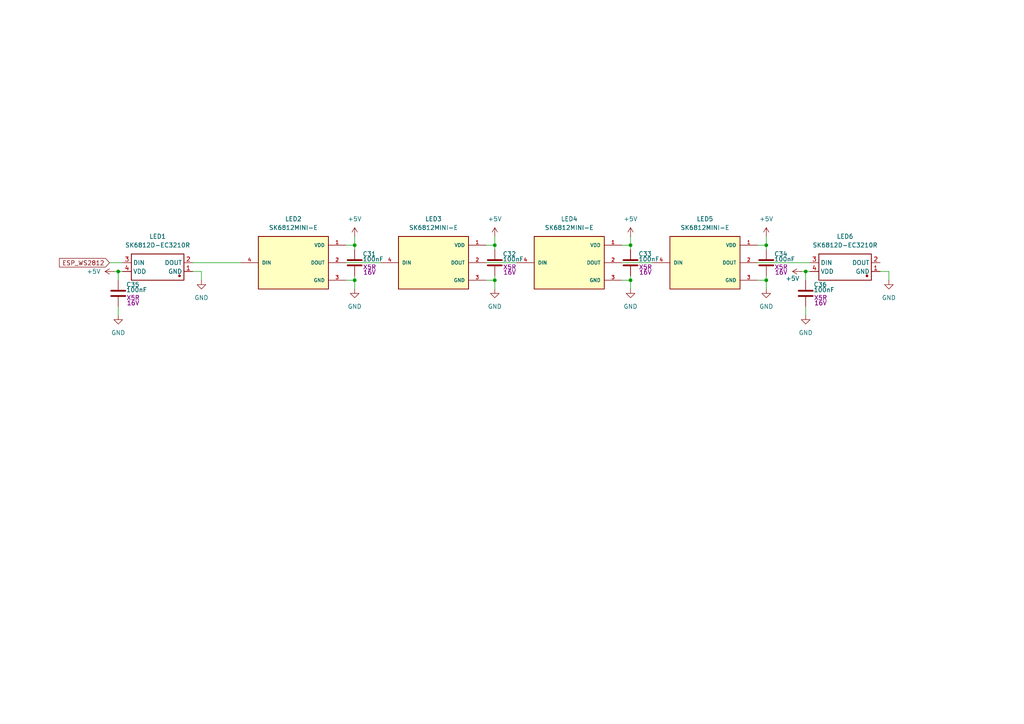
<source format=kicad_sch>
(kicad_sch (version 20250114) (generator "eeschema") (generator_version "9.0")
  (paper "A4")
  (title_block (title "Nest mini drop in PCB replacement") (rev "v1") (company "by iMike78 (inpired by Onju voice and HA VPE)"))
  (lib_symbols
    (symbol "Device:C" (pin_numbers (hide yes)) (pin_names (offset 0.254))
      (property "Reference" "C" (at 0.635 2.54 0))
      (property "Value" "C" (at 0.635 -2.54 0))
      (symbol "C_0_1"
        (polyline (pts (xy -2.032 0.762) (xy 2.032 0.762)) (stroke (width 0.508)))
        (polyline (pts (xy -2.032 -0.762) (xy 2.032 -0.762)) (stroke (width 0.508)))
      )
      (symbol "C_1_1"
        (pin passive line (at 0 3.81 270) (length 2.794) (name "~") (number "1"))
        (pin passive line (at 0 -3.81 90) (length 2.794) (name "~") (number "2"))
      )
    )
    (symbol "New_Library:SK6812-E" (pin_names (offset 1.016))
      (property "Reference" "D" (at -10.16 8.89 0))
      (property "Value" "SK6812-E" (at -10.16 -10.16 0))
      (symbol "SK6812-E_0_0"
        (rectangle (start -10.16 -7.62) (end 10.16 7.62) (stroke (width 0.254)) (fill (type background)))
        (pin input line (at -15.24 0 0) (length 5.08) (name "DIN") (number "4"))
        (pin power_in line (at 15.24 5.08 180) (length 5.08) (name "VDD") (number "1"))
        (pin output line (at 15.24 0 180) (length 5.08) (name "DOUT") (number "2"))
        (pin power_in line (at 15.24 -5.08 180) (length 5.08) (name "GND") (number "3"))
      )
    )
    (symbol "New_Library:SK6812D-EC3210R"
      (property "Reference" "LED?" (at 0 0 0))
      (property "Value" "SK6812D-EC3210R" (at 0 0 0))
      (symbol "SK6812D-EC3210R_0_0"
        (rectangle (start -7.62 3.81) (end 7.62 -3.81) (stroke (width 0.254)))
        (circle (center -6.35 2.54) (radius 0.254) (stroke (width 0.254)) (fill (type outline)))
        (pin unspecified line (at -10.16 1.27 0) (length 2.54) (name "GND") (number "1"))
        (pin unspecified line (at -10.16 -1.27 0) (length 2.54) (name "DOUT") (number "2"))
        (pin unspecified line (at 10.16 1.27 180) (length 2.54) (name "VDD") (number "4"))
        (pin unspecified line (at 10.16 -1.27 180) (length 2.54) (name "DIN") (number "3"))
      )
    )
    (symbol "power:+5V" (power) (pin_numbers (hide yes)) (pin_names (offset 0) (hide yes))
      (property "Value" "+5V" (at 0 3.556 0))
      (symbol "+5V_0_1"
        (polyline (pts (xy -0.762 1.27) (xy 0 2.54)))
        (polyline (pts (xy 0 2.54) (xy 0.762 1.27)))
        (polyline (pts (xy 0 0) (xy 0 2.54)))
      )
      (symbol "+5V_1_1"
        (pin power_in line (at 0 0 90) (length 0) (name "~") (number "1"))
      )
    )
    (symbol "power:GND" (power) (pin_numbers (hide yes)) (pin_names (offset 0) (hide yes))
      (property "Value" "GND" (at 0 -3.81 0))
      (symbol "GND_0_1"
        (polyline (pts (xy 0 0) (xy 0 -1.27) (xy 1.27 -1.27) (xy 0 -2.54) (xy -1.27 -1.27) (xy 0 -1.27)))
      )
      (symbol "GND_1_1"
        (pin power_in line (at 0 0 270) (length 0) (name "~") (number "1"))
      )
    )
  )
  (junction (at 222.25 71.12))
  (junction (at 182.88 71.12))
  (junction (at 143.51 81.28))
  (junction (at 233.68 78.74))
  (junction (at 34.29 78.74))
  (junction (at 102.87 81.28))
  (junction (at 102.87 71.12))
  (junction (at 222.25 81.28))
  (junction (at 182.88 81.28))
  (junction (at 143.51 71.12))
  (wire (pts (xy 232.41 78.74) (xy 233.68 78.74)))
  (wire (pts (xy 55.88 78.74) (xy 58.42 78.74)))
  (wire (pts (xy 102.87 71.12) (xy 100.33 71.12)))
  (wire (pts (xy 55.88 76.2) (xy 69.85 76.2)))
  (wire (pts (xy 102.87 71.12) (xy 102.87 68.58)))
  (wire (pts (xy 180.34 81.28) (xy 182.88 81.28)))
  (wire (pts (xy 219.71 81.28) (xy 222.25 81.28)))
  (wire (pts (xy 233.68 78.74) (xy 233.68 81.28)))
  (wire (pts (xy 233.68 88.9) (xy 233.68 91.44)))
  (wire (pts (xy 143.51 71.12) (xy 143.51 68.58)))
  (wire (pts (xy 140.97 76.2) (xy 149.86 76.2)))
  (wire (pts (xy 102.87 81.28) (xy 102.87 83.82)))
  (wire (pts (xy 182.88 80.01) (xy 182.88 81.28)))
  (wire (pts (xy 182.88 71.12) (xy 182.88 72.39)))
  (wire (pts (xy 34.29 78.74) (xy 34.29 81.28)))
  (wire (pts (xy 222.25 80.01) (xy 222.25 81.28)))
  (wire (pts (xy 33.02 78.74) (xy 34.29 78.74)))
  (wire (pts (xy 219.71 76.2) (xy 234.95 76.2)))
  (wire (pts (xy 180.34 76.2) (xy 189.23 76.2)))
  (wire (pts (xy 31.75 76.2) (xy 35.56 76.2)))
  (wire (pts (xy 182.88 81.28) (xy 182.88 83.82)))
  (wire (pts (xy 143.51 80.01) (xy 143.51 81.28)))
  (wire (pts (xy 100.33 76.2) (xy 110.49 76.2)))
  (wire (pts (xy 34.29 88.9) (xy 34.29 91.44)))
  (wire (pts (xy 143.51 71.12) (xy 143.51 72.39)))
  (wire (pts (xy 219.71 71.12) (xy 222.25 71.12)))
  (wire (pts (xy 100.33 81.28) (xy 102.87 81.28)))
  (wire (pts (xy 140.97 81.28) (xy 143.51 81.28)))
  (wire (pts (xy 222.25 71.12) (xy 222.25 68.58)))
  (wire (pts (xy 222.25 81.28) (xy 222.25 83.82)))
  (wire (pts (xy 222.25 71.12) (xy 222.25 72.39)))
  (wire (pts (xy 140.97 71.12) (xy 143.51 71.12)))
  (wire (pts (xy 102.87 71.12) (xy 102.87 72.39)))
  (wire (pts (xy 182.88 71.12) (xy 182.88 68.58)))
  (wire (pts (xy 233.68 78.74) (xy 234.95 78.74)))
  (wire (pts (xy 143.51 81.28) (xy 143.51 83.82)))
  (wire (pts (xy 255.27 78.74) (xy 257.81 78.74)))
  (wire (pts (xy 34.29 78.74) (xy 35.56 78.74)))
  (wire (pts (xy 180.34 71.12) (xy 182.88 71.12)))
  (wire (pts (xy 58.42 78.74) (xy 58.42 81.28)))
  (wire (pts (xy 257.81 78.74) (xy 257.81 81.28)))
  (wire (pts (xy 102.87 80.01) (xy 102.87 81.28)))
  (global_label "ESP_WS2812" (shape input) (at 31.75 76.2 180) (property "Intersheetrefs" "${INTERSHEET_REFS}" (effects (hide yes))))
  (symbol (lib_id "power:+5V") (at 182.88 68.58 0) (unit 1)
    (property "Reference" "#PWR065" (effects (hide yes)))
    (property "Value" "+5V" (at 182.88 63.5 0))
    (property "Description" "Power symbol creates a global label with name \"+5V\"" (effects (hide yes)))
  )
  (symbol (lib_id "Device:C") (at 102.87 76.2 0) (unit 1)
    (property "Reference" "C31" (at 105.156 73.66 0) (effects (justify left)))
    (property "Value" "100nF" (at 105.156 75.184 0) (effects (justify left)))
    (property "Footprint" "Capacitor_SMD:C_0402_1005Metric" (effects (hide yes)))
    (property "Description" "Unpolarized capacitor" (effects (hide yes)))
    (property "Dielectric" "X5R" (at 107.188 77.47 0))
    (property "Voltage" "16V" (at 107.188 78.994 0))
    (property "Function" "LED" (effects (hide yes)))
    (property "Supplier Part" "C1525" (effects (hide yes)))
    (property "LCSC Part #" "C1525" (effects (hide yes)))
  )
  (symbol (lib_id "power:GND") (at 58.42 81.28 0) (unit 1)
    (property "Reference" "#PWR062" (effects (hide yes)))
    (property "Value" "GND" (at 58.42 86.36 0))
    (property "Description" "Power symbol creates a global label with name \"GND\" , ground" (effects (hide yes)))
  )
  (symbol (lib_id "power:+5V") (at 143.51 68.58 0) (unit 1)
    (property "Reference" "#PWR064" (effects (hide yes)))
    (property "Value" "+5V" (at 143.51 63.5 0))
    (property "Description" "Power symbol creates a global label with name \"+5V\"" (effects (hide yes)))
  )
  (symbol (lib_id "Device:C") (at 233.68 85.09 0) (unit 1)
    (property "Reference" "C36" (at 235.966 82.55 0) (effects (justify left)))
    (property "Value" "100nF" (at 235.966 84.074 0) (effects (justify left)))
    (property "Footprint" "Capacitor_SMD:C_0402_1005Metric" (effects (hide yes)))
    (property "Description" "Unpolarized capacitor" (effects (hide yes)))
    (property "Dielectric" "X5R" (at 237.998 86.36 0))
    (property "Voltage" "16V" (at 237.998 87.884 0))
    (property "Function" "LED" (effects (hide yes)))
    (property "Supplier Part" "C1525" (effects (hide yes)))
    (property "LCSC Part #" "C1525" (effects (hide yes)))
  )
  (symbol (lib_id "New_Library:SK6812-E") (at 85.09 76.2 0) (unit 1)
    (property "Reference" "LED2" (at 85.09 63.5 0))
    (property "Value" "SK6812MINI-E" (at 85.09 66.04 0))
    (property "Footprint" "Onju:SK6812MINI-E" (effects (hide yes)))
    (property "MF" "DONGGUANG OPSCO OPTOELECTRONICS CO., LTD" (effects (hide yes)))
    (property "MAXIMUM_PACKAGE_HEIGHT" "0.84mm" (effects (hide yes)))
    (property "Package" "Package" (effects (hide yes)))
    (property "Price" "None" (effects (hide yes)))
    (property "Check_prices" "https://www.snapeda.com/parts/SK6812-E/DONGGUANG+OPSCO+OPTOELECTRONICS+CO.%252C+LTD/view-part/?ref=eda" (effects (hide yes)))
    (property "STANDARD" "Manufacturer recommendations" (effects (hide yes)))
    (property "PARTREV" "2" (effects (hide yes)))
    (property "SnapEDA_Link" "https://www.snapeda.com/parts/SK6812-E/DONGGUANG+OPSCO+OPTOELECTRONICS+CO.%252C+LTD/view-part/?ref=snap" (effects (hide yes)))
    (property "MP" "SK6812MINI-E" (effects (hide yes)))
    (property "Description_1" "SK6812MINI-E is a smart LED control circuit and light emitting circuit in one controlled LED source, which has the shape of a 3528  LED chip." (effects (hide yes)))
    (property "Availability" "Not in stock" (effects (hide yes)))
    (property "MANUFACTURER" "OPSCO Optoelectronics" (effects (hide yes)))
    (property "Function" "LED" (effects (hide yes)))
    (property "Supplier Part" "C5149201" (effects (hide yes)))
    (property "Manufacturer" "OPSCO Optoelectronics" (effects (hide yes)))
    (property "Manufacturer Part" "SK6812MINI-E" (effects (hide yes)))
    (property "LCSC Part #" "C5149201" (effects (hide yes)))
  )
  (symbol (lib_id "power:GND") (at 257.81 81.28 0) (unit 1)
    (property "Reference" "#PWR059" (effects (hide yes)))
    (property "Value" "GND" (at 257.81 86.36 0))
    (property "Description" "Power symbol creates a global label with name \"GND\" , ground" (effects (hide yes)))
  )
  (symbol (lib_id "power:GND") (at 222.25 83.82 0) (unit 1)
    (property "Reference" "#PWR057" (effects (hide yes)))
    (property "Value" "GND" (at 222.25 88.9 0))
    (property "Description" "Power symbol creates a global label with name \"GND\" , ground" (effects (hide yes)))
  )
  (symbol (lib_id "New_Library:SK6812-E") (at 125.73 76.2 0) (unit 1)
    (property "Reference" "LED3" (at 125.73 63.5 0))
    (property "Value" "SK6812MINI-E" (at 125.73 66.04 0))
    (property "Footprint" "Onju:SK6812MINI-E" (effects (hide yes)))
    (property "MF" "DONGGUANG OPSCO OPTOELECTRONICS CO., LTD" (effects (hide yes)))
    (property "MAXIMUM_PACKAGE_HEIGHT" "0.84mm" (effects (hide yes)))
    (property "Package" "Package" (effects (hide yes)))
    (property "Price" "None" (effects (hide yes)))
    (property "Check_prices" "https://www.snapeda.com/parts/SK6812-E/DONGGUANG+OPSCO+OPTOELECTRONICS+CO.%252C+LTD/view-part/?ref=eda" (effects (hide yes)))
    (property "STANDARD" "Manufacturer recommendations" (effects (hide yes)))
    (property "PARTREV" "2" (effects (hide yes)))
    (property "SnapEDA_Link" "https://www.snapeda.com/parts/SK6812-E/DONGGUANG+OPSCO+OPTOELECTRONICS+CO.%252C+LTD/view-part/?ref=snap" (effects (hide yes)))
    (property "MP" "SK6812MINI-E" (effects (hide yes)))
    (property "Description_1" "SK6812MINI-E is a smart LED control circuit and light emitting circuit in one controlled LED source, which has the shape of a 3528  LED chip." (effects (hide yes)))
    (property "Availability" "Not in stock" (effects (hide yes)))
    (property "MANUFACTURER" "OPSCO Optoelectronics" (effects (hide yes)))
    (property "Function" "LED" (effects (hide yes)))
    (property "Supplier Part" "C5149201" (effects (hide yes)))
    (property "Manufacturer" "OPSCO Optoelectronics" (effects (hide yes)))
    (property "Manufacturer Part" "SK6812MINI-E" (effects (hide yes)))
    (property "LCSC Part #" "C5149201" (effects (hide yes)))
  )
  (symbol (lib_id "power:+5V") (at 232.41 78.74 90) (unit 1)
    (property "Reference" "#PWR067" (effects (hide yes)))
    (property "Value" "+5V" (at 231.902 80.772 90) (effects (justify left)))
    (property "Description" "Power symbol creates a global label with name \"+5V\"" (effects (hide yes)))
  )
  (symbol (lib_id "New_Library:SK6812-E") (at 165.1 76.2 0) (unit 1)
    (property "Reference" "LED4" (at 165.1 63.5 0))
    (property "Value" "SK6812MINI-E" (at 165.1 66.04 0))
    (property "Footprint" "Onju:SK6812MINI-E" (effects (hide yes)))
    (property "MF" "DONGGUANG OPSCO OPTOELECTRONICS CO., LTD" (effects (hide yes)))
    (property "MAXIMUM_PACKAGE_HEIGHT" "0.84mm" (effects (hide yes)))
    (property "Package" "Package" (effects (hide yes)))
    (property "Price" "None" (effects (hide yes)))
    (property "Check_prices" "https://www.snapeda.com/parts/SK6812-E/DONGGUANG+OPSCO+OPTOELECTRONICS+CO.%252C+LTD/view-part/?ref=eda" (effects (hide yes)))
    (property "STANDARD" "Manufacturer recommendations" (effects (hide yes)))
    (property "PARTREV" "2" (effects (hide yes)))
    (property "SnapEDA_Link" "https://www.snapeda.com/parts/SK6812-E/DONGGUANG+OPSCO+OPTOELECTRONICS+CO.%252C+LTD/view-part/?ref=snap" (effects (hide yes)))
    (property "MP" "SK6812MINI-E" (effects (hide yes)))
    (property "Description_1" "SK6812MINI-E is a smart LED control circuit and light emitting circuit in one controlled LED source, which has the shape of a 3528  LED chip." (effects (hide yes)))
    (property "Availability" "Not in stock" (effects (hide yes)))
    (property "MANUFACTURER" "OPSCO Optoelectronics" (effects (hide yes)))
    (property "Function" "LED" (effects (hide yes)))
    (property "Supplier Part" "C5149201" (effects (hide yes)))
    (property "Manufacturer" "OPSCO Optoelectronics" (effects (hide yes)))
    (property "Manufacturer Part" "SK6812MINI-E" (effects (hide yes)))
    (property "LCSC Part #" "C5149201" (effects (hide yes)))
  )
  (symbol (lib_id "Device:C") (at 222.25 76.2 0) (unit 1)
    (property "Reference" "C34" (at 224.536 73.66 0) (effects (justify left)))
    (property "Value" "100nF" (at 224.536 75.184 0) (effects (justify left)))
    (property "Footprint" "Capacitor_SMD:C_0402_1005Metric" (effects (hide yes)))
    (property "Description" "Unpolarized capacitor" (effects (hide yes)))
    (property "Dielectric" "X5R" (at 226.568 77.47 0))
    (property "Voltage" "16V" (at 226.568 78.994 0))
    (property "Function" "LED" (effects (hide yes)))
    (property "Supplier Part" "C1525" (effects (hide yes)))
    (property "LCSC Part #" "C1525" (effects (hide yes)))
  )
  (symbol (lib_id "New_Library:SK6812D-EC3210R") (at 45.72 77.47 180) (unit 1)
    (property "Reference" "LED1" (at 45.72 68.58 0))
    (property "Value" "SK6812D-EC3210R" (at 45.72 71.12 0))
    (property "Footprint" "Onju:LED-SMD_4P_SK6812D-EC3210R" (effects (hide yes)))
    (property "Manufacturer Part" "SK6812D-EC3210R" (effects (hide yes)))
    (property "Manufacturer" "OPSCO Optoelectronics" (effects (hide yes)))
    (property "Supplier Part" "C2890041" (effects (hide yes)))
    (property "Supplier" "LCSC" (effects (hide yes)))
    (property "Function" "LED" (effects (hide yes)))
    (property "MANUFACTURER" "OPSCO Optoelectronics" (effects (hide yes)))
    (property "MP" "SK6812D-EC3210R" (effects (hide yes)))
    (property "LCSC Part #" "C2890041" (effects (hide yes)))
  )
  (symbol (lib_id "New_Library:SK6812D-EC3210R") (at 245.11 77.47 180) (unit 1)
    (property "Reference" "LED6" (at 245.11 68.58 0))
    (property "Value" "SK6812D-EC3210R" (at 245.11 71.12 0))
    (property "Footprint" "Onju:LED-SMD_4P_SK6812D-EC3210R" (effects (hide yes)))
    (property "Manufacturer Part" "SK6812D-EC3210R" (effects (hide yes)))
    (property "Manufacturer" "OPSCO Optoelectronics" (effects (hide yes)))
    (property "Supplier Part" "C2890041" (effects (hide yes)))
    (property "Supplier" "LCSC" (effects (hide yes)))
    (property "Function" "LED" (effects (hide yes)))
    (property "MANUFACTURER" "OPSCO Optoelectronics" (effects (hide yes)))
    (property "MP" "SK6812D-EC3210R" (effects (hide yes)))
    (property "LCSC Part #" "C2890041" (effects (hide yes)))
  )
  (symbol (lib_id "power:GND") (at 102.87 83.82 0) (unit 1)
    (property "Reference" "#PWR061" (effects (hide yes)))
    (property "Value" "GND" (at 102.87 88.9 0))
    (property "Description" "Power symbol creates a global label with name \"GND\" , ground" (effects (hide yes)))
  )
  (symbol (lib_id "New_Library:SK6812-E") (at 204.47 76.2 0) (unit 1)
    (property "Reference" "LED5" (at 204.47 63.5 0))
    (property "Value" "SK6812MINI-E" (at 204.47 66.04 0))
    (property "Footprint" "Onju:SK6812MINI-E" (effects (hide yes)))
    (property "MF" "DONGGUANG OPSCO OPTOELECTRONICS CO., LTD" (effects (hide yes)))
    (property "MAXIMUM_PACKAGE_HEIGHT" "0.84mm" (effects (hide yes)))
    (property "Package" "Package" (effects (hide yes)))
    (property "Price" "None" (effects (hide yes)))
    (property "Check_prices" "https://www.snapeda.com/parts/SK6812-E/DONGGUANG+OPSCO+OPTOELECTRONICS+CO.%252C+LTD/view-part/?ref=eda" (effects (hide yes)))
    (property "STANDARD" "Manufacturer recommendations" (effects (hide yes)))
    (property "PARTREV" "2" (effects (hide yes)))
    (property "SnapEDA_Link" "https://www.snapeda.com/parts/SK6812-E/DONGGUANG+OPSCO+OPTOELECTRONICS+CO.%252C+LTD/view-part/?ref=snap" (effects (hide yes)))
    (property "MP" "SK6812MINI-E" (effects (hide yes)))
    (property "Description_1" "SK6812MINI-E is a smart LED control circuit and light emitting circuit in one controlled LED source, which has the shape of a 3528  LED chip." (effects (hide yes)))
    (property "Availability" "Not in stock" (effects (hide yes)))
    (property "MANUFACTURER" "OPSCO Optoelectronics" (effects (hide yes)))
    (property "Function" "LED" (effects (hide yes)))
    (property "Supplier Part" "C5149201" (effects (hide yes)))
    (property "Manufacturer" "OPSCO Optoelectronics" (effects (hide yes)))
    (property "Manufacturer Part" "SK6812MINI-E" (effects (hide yes)))
    (property "LCSC Part #" "C5149201" (effects (hide yes)))
  )
  (symbol (lib_id "power:GND") (at 143.51 83.82 0) (unit 1)
    (property "Reference" "#PWR060" (effects (hide yes)))
    (property "Value" "GND" (at 143.51 88.9 0))
    (property "Description" "Power symbol creates a global label with name \"GND\" , ground" (effects (hide yes)))
  )
  (symbol (lib_id "Device:C") (at 143.51 76.2 0) (unit 1)
    (property "Reference" "C32" (at 145.796 73.66 0) (effects (justify left)))
    (property "Value" "100nF" (at 145.796 75.184 0) (effects (justify left)))
    (property "Footprint" "Capacitor_SMD:C_0402_1005Metric" (effects (hide yes)))
    (property "Description" "Unpolarized capacitor" (effects (hide yes)))
    (property "Dielectric" "X5R" (at 147.828 77.47 0))
    (property "Voltage" "16V" (at 147.828 78.994 0))
    (property "Function" "LED" (effects (hide yes)))
    (property "Supplier Part" "C1525" (effects (hide yes)))
    (property "LCSC Part #" "C1525" (effects (hide yes)))
  )
  (symbol (lib_id "power:+5V") (at 102.87 68.58 0) (unit 1)
    (property "Reference" "#PWR063" (effects (hide yes)))
    (property "Value" "+5V" (at 102.87 63.5 0))
    (property "Description" "Power symbol creates a global label with name \"+5V\"" (effects (hide yes)))
  )
  (symbol (lib_id "power:+5V") (at 33.02 78.74 90) (unit 1)
    (property "Reference" "#PWR068" (effects (hide yes)))
    (property "Value" "+5V" (at 29.21 78.7399 90) (effects (justify left)))
    (property "Description" "Power symbol creates a global label with name \"+5V\"" (effects (hide yes)))
  )
  (symbol (lib_id "power:GND") (at 34.29 91.44 0) (unit 1)
    (property "Reference" "#PWR070" (effects (hide yes)))
    (property "Value" "GND" (at 34.29 96.52 0))
    (property "Description" "Power symbol creates a global label with name \"GND\" , ground" (effects (hide yes)))
  )
  (symbol (lib_id "power:+5V") (at 222.25 68.58 0) (unit 1)
    (property "Reference" "#PWR066" (effects (hide yes)))
    (property "Value" "+5V" (at 222.25 63.5 0))
    (property "Description" "Power symbol creates a global label with name \"+5V\"" (effects (hide yes)))
  )
  (symbol (lib_id "Device:C") (at 34.29 85.09 0) (unit 1)
    (property "Reference" "C35" (at 36.576 82.55 0) (effects (justify left)))
    (property "Value" "100nF" (at 36.576 84.074 0) (effects (justify left)))
    (property "Footprint" "Capacitor_SMD:C_0402_1005Metric" (effects (hide yes)))
    (property "Description" "Unpolarized capacitor" (effects (hide yes)))
    (property "Dielectric" "X5R" (at 38.608 86.36 0))
    (property "Voltage" "16V" (at 38.608 87.884 0))
    (property "Function" "LED" (effects (hide yes)))
    (property "Supplier Part" "C1525" (effects (hide yes)))
    (property "LCSC Part #" "C1525" (effects (hide yes)))
  )
  (symbol (lib_id "Device:C") (at 182.88 76.2 0) (unit 1)
    (property "Reference" "C33" (at 185.166 73.66 0) (effects (justify left)))
    (property "Value" "100nF" (at 185.166 75.184 0) (effects (justify left)))
    (property "Footprint" "Capacitor_SMD:C_0402_1005Metric" (effects (hide yes)))
    (property "Description" "Unpolarized capacitor" (effects (hide yes)))
    (property "Dielectric" "X5R" (at 187.198 77.47 0))
    (property "Voltage" "16V" (at 187.198 78.994 0))
    (property "Function" "LED" (effects (hide yes)))
    (property "Supplier Part" "C1525" (effects (hide yes)))
    (property "LCSC Part #" "C1525" (effects (hide yes)))
  )
  (symbol (lib_id "power:GND") (at 233.68 91.44 0) (unit 1)
    (property "Reference" "#PWR069" (effects (hide yes)))
    (property "Value" "GND" (at 233.68 96.52 0))
    (property "Description" "Power symbol creates a global label with name \"GND\" , ground" (effects (hide yes)))
  )
  (symbol (lib_id "power:GND") (at 182.88 83.82 0) (unit 1)
    (property "Reference" "#PWR058" (effects (hide yes)))
    (property "Value" "GND" (at 182.88 88.9 0))
    (property "Description" "Power symbol creates a global label with name \"GND\" , ground" (effects (hide yes)))
  )
)
</source>
